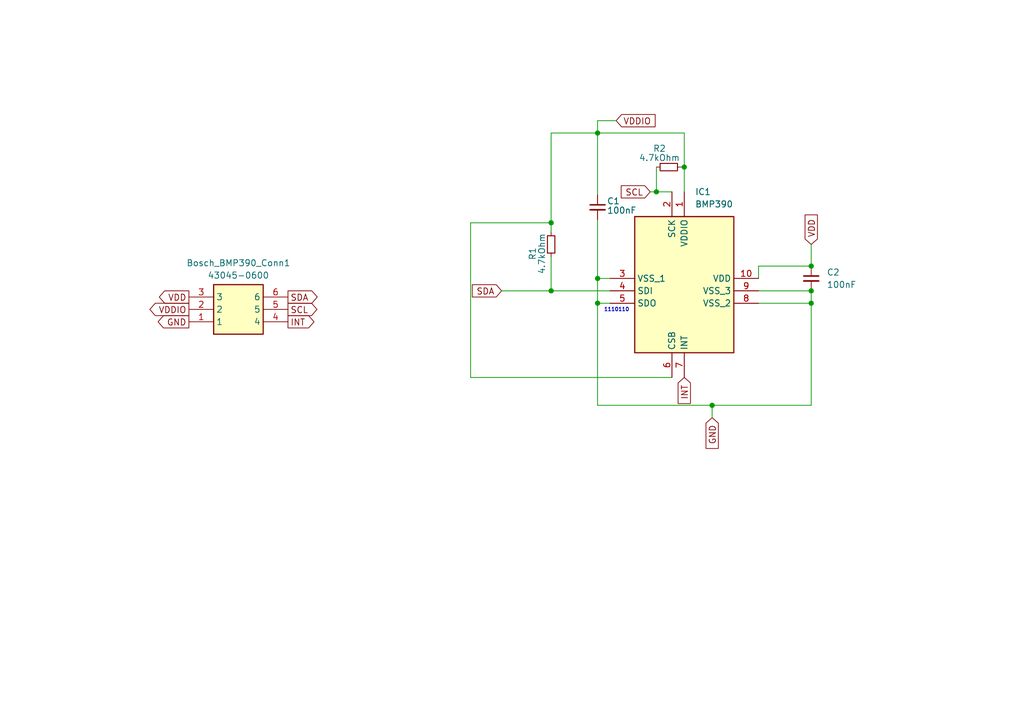
<source format=kicad_sch>
(kicad_sch (version 20230121) (generator eeschema)
  (paper "A5")
  (title_block (title "Extern Pressure Sensor Bosch BMP390") (company "SpaceTeam Aachen"))
  (lib_symbols
    (symbol "43045-0600:43045-0600"
      (property "Reference" "J" (at 16.51 7.62 0))
      (property "Value" "43045-0600" (at 16.51 5.08 0))
      (symbol "43045-0600_1_1"
        (rectangle (start 5.08 2.54) (end 15.24 -7.62) (stroke (width 0.254)) (fill (type background)))
        (pin passive line (at 0 -5.08 0) (length 5.08) (name "1") (number "1"))
        (pin passive line (at 0 -2.54 0) (length 5.08) (name "2") (number "2"))
        (pin passive line (at 0 0 0) (length 5.08) (name "3") (number "3"))
        (pin passive line (at 20.32 -5.08 180) (length 5.08) (name "4") (number "4"))
        (pin passive line (at 20.32 -2.54 180) (length 5.08) (name "5") (number "5"))
        (pin passive line (at 20.32 0 180) (length 5.08) (name "6") (number "6"))
      )
    )
    (symbol "BMP390:BMP390"
      (property "Reference" "IC" (at 26.67 17.78 0))
      (property "Value" "BMP390" (at 26.67 15.24 0))
      (symbol "BMP390_1_1"
        (rectangle (start 5.08 12.7) (end 25.4 -15.24) (stroke (width 0.254)) (fill (type background)))
        (pin passive line (at 15.24 17.78 270) (length 5.08) (name "VDDIO") (number "1"))
        (pin passive line (at 30.48 0 180) (length 5.08) (name "VDD") (number "10"))
        (pin passive line (at 12.7 17.78 270) (length 5.08) (name "SCK") (number "2"))
        (pin passive line (at 0 0 0) (length 5.08) (name "VSS_1") (number "3"))
        (pin passive line (at 0 -2.54 0) (length 5.08) (name "SDI") (number "4"))
        (pin passive line (at 0 -5.08 0) (length 5.08) (name "SDO") (number "5"))
        (pin passive line (at 12.7 -20.32 90) (length 5.08) (name "CSB") (number "6"))
        (pin passive line (at 15.24 -20.32 90) (length 5.08) (name "INT") (number "7"))
        (pin passive line (at 30.48 -5.08 180) (length 5.08) (name "VSS_2") (number "8"))
        (pin passive line (at 30.48 -2.54 180) (length 5.08) (name "VSS_3") (number "9"))
      )
    )
    (symbol "Device:C_Small" (pin_numbers hide) (pin_names (offset 0.254) hide)
      (property "Reference" "C" (at 0.254 1.778 0))
      (property "Value" "C_Small" (at 0.254 -2.032 0))
      (symbol "C_Small_0_1"
        (polyline (pts (xy -1.524 -0.508) (xy 1.524 -0.508)) (stroke (width 0.3302)))
        (polyline (pts (xy -1.524 0.508) (xy 1.524 0.508)) (stroke (width 0.3048)))
      )
      (symbol "C_Small_1_1"
        (pin passive line (at 0 2.54 270) (length 2.032) (name "~") (number "1"))
        (pin passive line (at 0 -2.54 90) (length 2.032) (name "~") (number "2"))
      )
    )
    (symbol "Device:R_Small" (pin_numbers hide) (pin_names (offset 0.254) hide)
      (property "Reference" "R" (at 0.762 0.508 0))
      (property "Value" "R_Small" (at 0.762 -1.016 0))
      (symbol "R_Small_0_1"
        (rectangle (start -0.762 1.778) (end 0.762 -1.778) (stroke (width 0.2032)))
      )
      (symbol "R_Small_1_1"
        (pin passive line (at 0 2.54 270) (length 0.762) (name "~") (number "1"))
        (pin passive line (at 0 -2.54 90) (length 0.762) (name "~") (number "2"))
      )
    )
  )
  (junction (at 166.37 54.61))
  (junction (at 122.555 27.305))
  (junction (at 122.555 62.23))
  (junction (at 140.335 34.29))
  (junction (at 122.555 57.15))
  (junction (at 166.37 62.23))
  (junction (at 113.03 45.72))
  (junction (at 166.37 59.69))
  (junction (at 146.05 83.185))
  (junction (at 113.03 59.69))
  (junction (at 134.62 39.37))
  (wire (pts (xy 166.37 50.165) (xy 166.37 54.61)))
  (wire (pts (xy 113.03 45.72) (xy 113.03 27.305)))
  (wire (pts (xy 122.555 62.23) (xy 125.095 62.23)))
  (wire (pts (xy 166.37 83.185) (xy 146.05 83.185)))
  (wire (pts (xy 146.05 85.725) (xy 146.05 83.185)))
  (wire (pts (xy 96.52 45.72) (xy 113.03 45.72)))
  (wire (pts (xy 155.575 59.69) (xy 166.37 59.69)))
  (wire (pts (xy 133.35 39.37) (xy 134.62 39.37)))
  (wire (pts (xy 122.555 24.765) (xy 126.365 24.765)))
  (wire (pts (xy 134.62 39.37) (xy 137.795 39.37)))
  (wire (pts (xy 96.52 77.47) (xy 96.52 45.72)))
  (wire (pts (xy 122.555 62.23) (xy 122.555 57.15)))
  (wire (pts (xy 122.555 83.185) (xy 122.555 62.23)))
  (wire (pts (xy 113.03 52.705) (xy 113.03 59.69)))
  (wire (pts (xy 146.05 83.185) (xy 122.555 83.185)))
  (wire (pts (xy 113.03 27.305) (xy 122.555 27.305)))
  (wire (pts (xy 139.7 34.29) (xy 140.335 34.29)))
  (wire (pts (xy 113.03 59.69) (xy 125.095 59.69)))
  (wire (pts (xy 134.62 39.37) (xy 134.62 34.29)))
  (wire (pts (xy 140.335 39.37) (xy 140.335 34.29)))
  (wire (pts (xy 166.37 62.23) (xy 166.37 59.69)))
  (wire (pts (xy 137.795 77.47) (xy 96.52 77.47)))
  (wire (pts (xy 122.555 27.305) (xy 122.555 40.005)))
  (wire (pts (xy 155.575 57.15) (xy 155.575 54.61)))
  (wire (pts (xy 140.335 27.305) (xy 122.555 27.305)))
  (wire (pts (xy 166.37 62.23) (xy 166.37 83.185)))
  (wire (pts (xy 155.575 54.61) (xy 166.37 54.61)))
  (wire (pts (xy 155.575 62.23) (xy 166.37 62.23)))
  (wire (pts (xy 113.03 47.625) (xy 113.03 45.72)))
  (wire (pts (xy 122.555 45.085) (xy 122.555 57.15)))
  (wire (pts (xy 122.555 57.15) (xy 125.095 57.15)))
  (wire (pts (xy 140.335 34.29) (xy 140.335 27.305)))
  (wire (pts (xy 102.87 59.69) (xy 113.03 59.69)))
  (wire (pts (xy 122.555 27.305) (xy 122.555 24.765)))
  (text "1110110" (at 123.825 64.135 0) (effects (font (size 0.762 0.762)) (justify left bottom)))
  (global_label "INT" (shape output) (at 59.055 66.04 0) (property "Intersheetrefs" "${INTERSHEET_REFS}" (effects hide)))
  (global_label "VDD" (shape input) (at 166.37 50.165 90) (property "Intersheetrefs" "${INTERSHEET_REFS}" (effects hide)))
  (global_label "VDDIO" (shape output) (at 38.735 63.5 180) (property "Intersheetrefs" "${INTERSHEET_REFS}" (effects hide)))
  (global_label "INT" (shape input) (at 140.335 77.47 270) (property "Intersheetrefs" "${INTERSHEET_REFS}" (effects hide)))
  (global_label "GND" (shape output) (at 38.735 66.04 180) (property "Intersheetrefs" "${INTERSHEET_REFS}" (effects hide)))
  (global_label "SDA" (shape input) (at 102.87 59.69 180) (property "Intersheetrefs" "${INTERSHEET_REFS}" (effects hide)))
  (global_label "GND" (shape input) (at 146.05 85.725 270) (property "Intersheetrefs" "${INTERSHEET_REFS}" (effects hide)))
  (global_label "SCL" (shape input) (at 133.35 39.37 180) (property "Intersheetrefs" "${INTERSHEET_REFS}" (effects hide)))
  (global_label "VDD" (shape output) (at 38.735 60.96 180) (property "Intersheetrefs" "${INTERSHEET_REFS}" (effects hide)))
  (global_label "SCL" (shape output) (at 59.055 63.5 0) (property "Intersheetrefs" "${INTERSHEET_REFS}" (effects hide)))
  (global_label "VDDIO" (shape input) (at 126.365 24.765 0) (property "Intersheetrefs" "${INTERSHEET_REFS}" (effects hide)))
  (global_label "SDA" (shape output) (at 59.055 60.96 0) (property "Intersheetrefs" "${INTERSHEET_REFS}" (effects hide)))
  (symbol (lib_id "Device:C_Small") (at 122.555 42.545 0) (unit 1)
    (property "Reference" "C1" (at 124.46 41.275 0) (effects (justify left)))
    (property "Value" "100nF" (at 124.46 43.18 0) (effects (justify left)))
  )
  (symbol (lib_id "43045-0600:43045-0600") (at 38.735 60.96 0) (unit 1)
    (property "Reference" "Bosch_BMP390_Conn1" (at 48.895 53.975 0))
    (property "Value" "43045-0600" (at 48.895 56.515 0))
    (property "Footprint" "footprints:43045-06_00,01,02,10_" (effects hide))
    (property "Datasheet" "https://www.molex.com/pdm_docs/sd/430450200_sd.pdf" (effects hide))
    (property "Height" "9.9" (effects hide))
    (property "Mouser Part Number" "538-43045-0600" (effects hide))
    (property "Mouser Price/Stock" "https://www.mouser.co.uk/ProductDetail/Molex/43045-0600?qs=mrPiglD9aYJ8CzJ%2FE2PNbw%3D%3D" (effects hide))
    (property "Manufacturer_Name" "Molex" (effects hide))
    (property "Manufacturer_Part_Number" "43045-0600" (effects hide))
  )
  (symbol (lib_id "BMP390:BMP390") (at 125.095 57.15 0) (unit 1)
    (property "Reference" "IC1" (at 142.5291 39.37 0) (effects (justify left)))
    (property "Value" "BMP390" (at 142.5291 41.91 0) (effects (justify left)))
    (property "Footprint" "BMP390" (effects hide))
    (property "Datasheet" "https://www.bosch-sensortec.com/media/boschsensortec/downloads/datasheets/bst-bmp390-ds002.pdf" (effects hide))
    (property "Height" "0.8" (effects hide))
    (property "Mouser Part Number" "262-BMP390" (effects hide))
    (property "Mouser Price/Stock" "https://www.mouser.co.uk/ProductDetail/Bosch-Sensortec/BMP390?qs=QNEnbhJQKvYQVfvRMgo2YA%3D%3D" (effects hide))
    (property "Manufacturer_Name" "BOSCH" (effects hide))
    (property "Manufacturer_Part_Number" "BMP390" (effects hide))
  )
  (symbol (lib_id "Device:R_Small") (at 113.03 50.165 180) (unit 1)
    (property "Reference" "R1" (at 109.22 52.07 90))
    (property "Value" "4.7kOhm" (at 111.125 52.07 90))
  )
  (symbol (lib_id "Device:C_Small") (at 166.37 57.15 0) (unit 1)
    (property "Reference" "C2" (at 169.545 55.8863 0) (effects (justify left)))
    (property "Value" "100nF" (at 169.545 58.4263 0) (effects (justify left)))
  )
  (symbol (lib_id "Device:R_Small") (at 137.16 34.29 90) (unit 1)
    (property "Reference" "R2" (at 135.255 30.48 90))
    (property "Value" "4.7kOhm" (at 135.255 32.385 90))
  )
)
</source>
